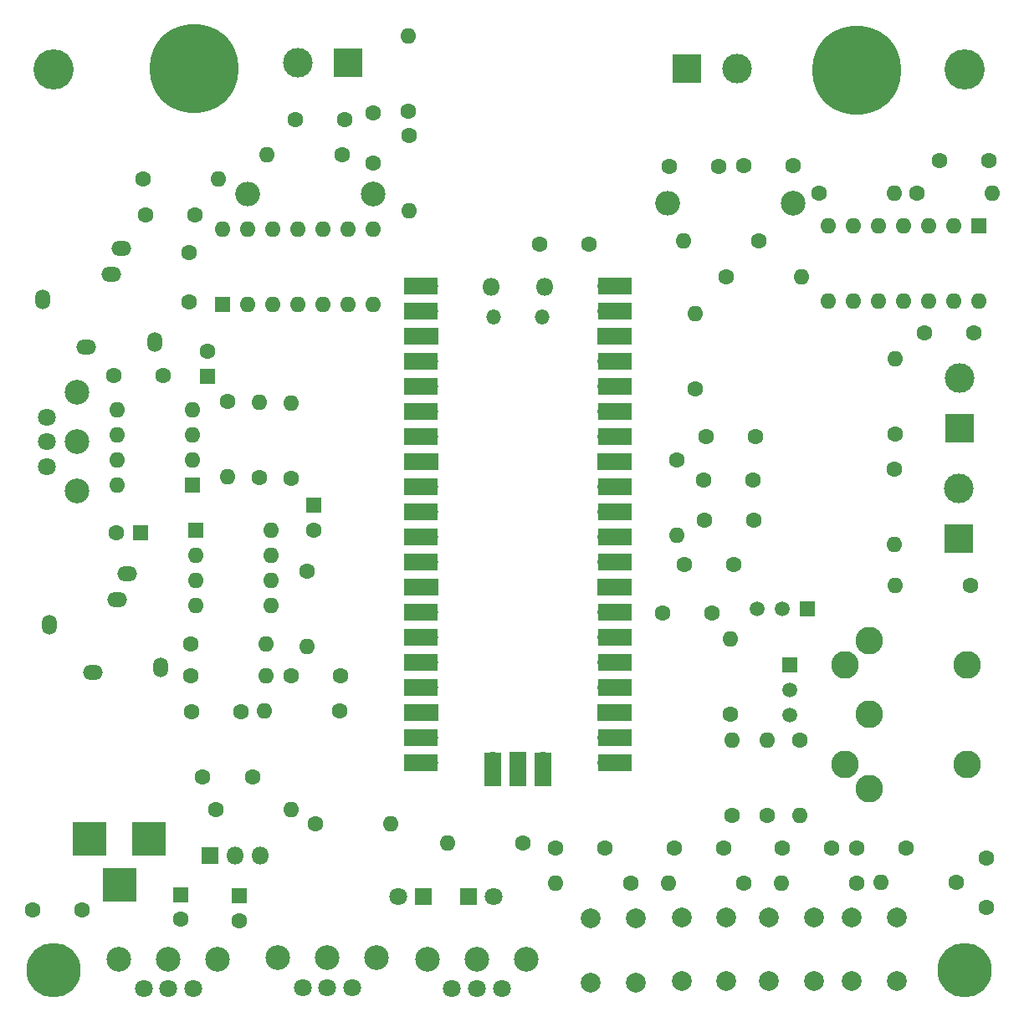
<source format=gbr>
%TF.GenerationSoftware,KiCad,Pcbnew,7.0.11+dfsg-1build4*%
%TF.CreationDate,2025-01-09T21:07:42-06:00*%
%TF.ProjectId,MCTheremin,4d435468-6572-4656-9d69-6e2e6b696361,rev?*%
%TF.SameCoordinates,Original*%
%TF.FileFunction,Soldermask,Top*%
%TF.FilePolarity,Negative*%
%FSLAX46Y46*%
G04 Gerber Fmt 4.6, Leading zero omitted, Abs format (unit mm)*
G04 Created by KiCad (PCBNEW 7.0.11+dfsg-1build4) date 2025-01-09 21:07:42*
%MOMM*%
%LPD*%
G01*
G04 APERTURE LIST*
%ADD10C,1.600000*%
%ADD11R,1.600000X1.600000*%
%ADD12R,3.500000X3.500000*%
%ADD13C,9.000000*%
%ADD14C,4.064000*%
%ADD15C,5.500000*%
%ADD16R,1.500000X1.500000*%
%ADD17C,1.500000*%
%ADD18O,1.600000X1.600000*%
%ADD19C,1.800000*%
%ADD20C,2.500000*%
%ADD21C,2.000000*%
%ADD22R,1.800000X1.800000*%
%ADD23O,1.800000X1.800000*%
%ADD24R,3.000000X3.000000*%
%ADD25C,3.000000*%
%ADD26O,2.500000X2.500000*%
%ADD27O,1.500000X2.000000*%
%ADD28O,2.000000X1.500000*%
%ADD29C,2.800000*%
%ADD30O,1.500000X1.500000*%
%ADD31O,1.700000X1.700000*%
%ADD32R,3.500000X1.700000*%
%ADD33R,1.700000X1.700000*%
%ADD34R,1.700000X3.500000*%
G04 APERTURE END LIST*
D10*
%TO.C,C1*%
X119400000Y-100543000D03*
X124400000Y-100543000D03*
%TD*%
%TO.C,C2*%
X59640000Y-85883000D03*
X64640000Y-85883000D03*
%TD*%
%TO.C,C3*%
X119350000Y-96473000D03*
X124350000Y-96473000D03*
%TD*%
D11*
%TO.C,C5*%
X66400000Y-138433000D03*
D10*
X66400000Y-140933000D03*
%TD*%
D11*
%TO.C,C6*%
X62380000Y-101753000D03*
D10*
X59880000Y-101753000D03*
%TD*%
%TO.C,C8*%
X128410000Y-64633000D03*
X123410000Y-64633000D03*
%TD*%
%TO.C,C9*%
X67870000Y-69593000D03*
X62870000Y-69593000D03*
%TD*%
D11*
%TO.C,C10*%
X72350000Y-138533000D03*
D10*
X72350000Y-141033000D03*
%TD*%
%TO.C,C11*%
X119560000Y-92023000D03*
X124560000Y-92023000D03*
%TD*%
D11*
%TO.C,C12*%
X69140000Y-85913000D03*
D10*
X69140000Y-83413000D03*
%TD*%
D11*
%TO.C,C13*%
X79900000Y-99023000D03*
D10*
X79900000Y-101523000D03*
%TD*%
%TO.C,C14*%
X104394000Y-133731000D03*
X109394000Y-133731000D03*
%TD*%
%TO.C,C15*%
X116372000Y-133731000D03*
X121372000Y-133731000D03*
%TD*%
%TO.C,C17*%
X67260000Y-73433000D03*
X67260000Y-78433000D03*
%TD*%
%TO.C,C18*%
X107750000Y-72603000D03*
X102750000Y-72603000D03*
%TD*%
D12*
%TO.C,J1*%
X63230000Y-132733000D03*
X57230000Y-132733000D03*
X60230000Y-137433000D03*
%TD*%
D13*
%TO.C,J7*%
X67741800Y-54825900D03*
%TD*%
%TO.C,J8*%
X134874000Y-54991000D03*
%TD*%
D14*
%TO.C,J11*%
X53594000Y-54864000D03*
%TD*%
%TO.C,J12*%
X145796000Y-54864000D03*
%TD*%
D15*
%TO.C,J14*%
X145796000Y-146050000D03*
%TD*%
%TO.C,J15*%
X53594000Y-146050000D03*
%TD*%
D16*
%TO.C,Q3*%
X128090000Y-115193000D03*
D17*
X128090000Y-117733000D03*
X128090000Y-120273000D03*
%TD*%
D10*
%TO.C,R2*%
X82810000Y-63483000D03*
D18*
X75190000Y-63483000D03*
%TD*%
D10*
%TO.C,R5*%
X69980000Y-129803000D03*
D18*
X77600000Y-129803000D03*
%TD*%
D10*
%TO.C,R6*%
X71200000Y-88498000D03*
D18*
X71200000Y-96118000D03*
%TD*%
D10*
%TO.C,R7*%
X62650000Y-65963000D03*
D18*
X70270000Y-65963000D03*
%TD*%
D10*
%TO.C,R8*%
X131025900Y-67398900D03*
D18*
X138645900Y-67398900D03*
%TD*%
D10*
%TO.C,R9*%
X112014000Y-137287000D03*
D18*
X104394000Y-137287000D03*
%TD*%
D10*
%TO.C,R11*%
X123444000Y-137287000D03*
D18*
X115824000Y-137287000D03*
%TD*%
D10*
%TO.C,R12*%
X80090000Y-131203000D03*
D18*
X87710000Y-131203000D03*
%TD*%
D10*
%TO.C,R13*%
X101030000Y-133223000D03*
D18*
X93410000Y-133223000D03*
%TD*%
D10*
%TO.C,R14*%
X122060000Y-120173000D03*
D18*
X122060000Y-112553000D03*
%TD*%
D10*
%TO.C,R16*%
X122240000Y-130353000D03*
D18*
X122240000Y-122733000D03*
%TD*%
D10*
%TO.C,R18*%
X129040000Y-122773000D03*
D18*
X129040000Y-130393000D03*
%TD*%
D10*
%TO.C,R19*%
X146360000Y-107143000D03*
D18*
X138740000Y-107143000D03*
%TD*%
D19*
%TO.C,RV1*%
X98900000Y-147923000D03*
D20*
X101400000Y-144923000D03*
X96400000Y-144923000D03*
D19*
X96400000Y-147923000D03*
D20*
X91400000Y-144923000D03*
D19*
X93900000Y-147923000D03*
%TD*%
%TO.C,RV2*%
X83750000Y-147793000D03*
D20*
X86250000Y-144793000D03*
X81250000Y-144793000D03*
D19*
X81250000Y-147793000D03*
D20*
X76250000Y-144793000D03*
D19*
X78750000Y-147793000D03*
%TD*%
%TO.C,RV4*%
X67690000Y-147943000D03*
D20*
X70190000Y-144943000D03*
X65190000Y-144943000D03*
D19*
X65190000Y-147943000D03*
D20*
X60190000Y-144943000D03*
D19*
X62690000Y-147943000D03*
%TD*%
D21*
%TO.C,SW1*%
X112450000Y-140843000D03*
X112450000Y-147343000D03*
X107950000Y-140843000D03*
X107950000Y-147343000D03*
%TD*%
%TO.C,SW2*%
X121630000Y-140693000D03*
X121630000Y-147193000D03*
X117130000Y-140693000D03*
X117130000Y-147193000D03*
%TD*%
D11*
%TO.C,U1*%
X70688200Y-78689200D03*
D18*
X73228200Y-78689200D03*
X75768200Y-78689200D03*
X78308200Y-78689200D03*
X80848200Y-78689200D03*
X83388200Y-78689200D03*
X85928200Y-78689200D03*
X85928200Y-71069200D03*
X83388200Y-71069200D03*
X80848200Y-71069200D03*
X78308200Y-71069200D03*
X75768200Y-71069200D03*
X73228200Y-71069200D03*
X70688200Y-71069200D03*
%TD*%
D22*
%TO.C,U3*%
X69350000Y-134443000D03*
D23*
X71890000Y-134443000D03*
X74430000Y-134443000D03*
%TD*%
D11*
%TO.C,U4*%
X67640000Y-96933000D03*
D18*
X67640000Y-94393000D03*
X67640000Y-91853000D03*
X67640000Y-89313000D03*
X60020000Y-89313000D03*
X60020000Y-91853000D03*
X60020000Y-94393000D03*
X60020000Y-96933000D03*
%TD*%
D11*
%TO.C,U5*%
X67930000Y-101563000D03*
D18*
X67930000Y-104103000D03*
X67930000Y-106643000D03*
X67930000Y-109183000D03*
X75550000Y-109183000D03*
X75550000Y-106643000D03*
X75550000Y-104103000D03*
X75550000Y-101563000D03*
%TD*%
D10*
%TO.C,R20*%
X124891800Y-72186800D03*
D18*
X117271800Y-72186800D03*
%TD*%
D10*
%TO.C,R21*%
X121620000Y-75853000D03*
D18*
X129240000Y-75853000D03*
%TD*%
D10*
%TO.C,R22*%
X89560000Y-61583000D03*
D18*
X89560000Y-69203000D03*
%TD*%
D10*
%TO.C,R23*%
X89500000Y-59073000D03*
D18*
X89500000Y-51453000D03*
%TD*%
D24*
%TO.C,J5*%
X117683280Y-54762400D03*
D25*
X122763280Y-54762400D03*
%TD*%
D24*
%TO.C,J6*%
X83370000Y-54203000D03*
D25*
X78290000Y-54203000D03*
%TD*%
D19*
%TO.C,RV5*%
X52900000Y-95073000D03*
D20*
X55900000Y-97573000D03*
X55900000Y-92573000D03*
D19*
X52900000Y-92573000D03*
D20*
X55900000Y-87573000D03*
D19*
X52900000Y-90073000D03*
%TD*%
D11*
%TO.C,U6*%
X147193000Y-70739000D03*
D18*
X144653000Y-70739000D03*
X142113000Y-70739000D03*
X139573000Y-70739000D03*
X137033000Y-70739000D03*
X134493000Y-70739000D03*
X131953000Y-70739000D03*
X131953000Y-78359000D03*
X134493000Y-78359000D03*
X137033000Y-78359000D03*
X139573000Y-78359000D03*
X142113000Y-78359000D03*
X144653000Y-78359000D03*
X147193000Y-78359000D03*
%TD*%
D10*
%TO.C,C20*%
X146685000Y-81534000D03*
X141685000Y-81534000D03*
%TD*%
%TO.C,C21*%
X147930000Y-134673000D03*
X147930000Y-139673000D03*
%TD*%
%TO.C,C22*%
X56410000Y-139973000D03*
X51410000Y-139973000D03*
%TD*%
%TO.C,C23*%
X143217900Y-64096900D03*
X148217900Y-64096900D03*
%TD*%
%TO.C,C24*%
X78000000Y-59923000D03*
X83000000Y-59923000D03*
%TD*%
%TO.C,C25*%
X115860000Y-64663000D03*
X120860000Y-64663000D03*
%TD*%
%TO.C,C26*%
X85860000Y-59313000D03*
X85860000Y-64313000D03*
%TD*%
D20*
%TO.C,L1*%
X128397000Y-68389500D03*
D26*
X115697000Y-68389500D03*
%TD*%
D20*
%TO.C,L2*%
X85890000Y-67493000D03*
D26*
X73190000Y-67493000D03*
%TD*%
D10*
%TO.C,R1*%
X140931900Y-67437000D03*
D18*
X148551900Y-67437000D03*
%TD*%
D10*
%TO.C,C19*%
X127294000Y-133731000D03*
X132294000Y-133731000D03*
%TD*%
%TO.C,R27*%
X67440000Y-116293000D03*
D18*
X75060000Y-116293000D03*
%TD*%
D10*
%TO.C,C16*%
X73670000Y-126483000D03*
X68670000Y-126483000D03*
%TD*%
D22*
%TO.C,D3*%
X95530000Y-138633000D03*
D19*
X98070000Y-138633000D03*
%TD*%
D21*
%TO.C,SW4*%
X138866000Y-140693000D03*
X138866000Y-147193000D03*
X134366000Y-140693000D03*
X134366000Y-147193000D03*
%TD*%
D10*
%TO.C,R28*%
X77610000Y-96273000D03*
D18*
X77610000Y-88653000D03*
%TD*%
D10*
%TO.C,R33*%
X138690000Y-95353000D03*
D18*
X138690000Y-102973000D03*
%TD*%
D10*
%TO.C,C7*%
X134810000Y-133663000D03*
X139810000Y-133663000D03*
%TD*%
D16*
%TO.C,Q1*%
X129830000Y-109523000D03*
D17*
X127290000Y-109523000D03*
X124750000Y-109523000D03*
%TD*%
D10*
%TO.C,R3*%
X79200000Y-105653000D03*
D18*
X79200000Y-113273000D03*
%TD*%
D27*
%TO.C,J3*%
X53130000Y-111123000D03*
D28*
X61030000Y-105923000D03*
X60030000Y-108523000D03*
X57530000Y-115923000D03*
D27*
X64430000Y-115423000D03*
%TD*%
D10*
%TO.C,C2*%
X115230000Y-109883000D03*
X120230000Y-109883000D03*
%TD*%
%TO.C,R29*%
X74390000Y-96163000D03*
D18*
X74390000Y-88543000D03*
%TD*%
D29*
%TO.C,J21*%
X136150000Y-112689000D03*
X136150000Y-120189000D03*
X136150000Y-127689000D03*
X133650000Y-115189000D03*
X133650000Y-125189000D03*
X146050000Y-115189000D03*
X146050000Y-125189000D03*
%TD*%
D10*
%TO.C,R31*%
X134874000Y-137287000D03*
D18*
X127254000Y-137287000D03*
%TD*%
D22*
%TO.C,D2*%
X90970000Y-138613000D03*
D19*
X88430000Y-138613000D03*
%TD*%
D23*
%TO.C,U7*%
X97825000Y-76913000D03*
D30*
X98125000Y-79943000D03*
X102975000Y-79943000D03*
D23*
X103275000Y-76913000D03*
D31*
X91660000Y-76783000D03*
D32*
X90760000Y-76783000D03*
D31*
X91660000Y-79323000D03*
D32*
X90760000Y-79323000D03*
D33*
X91660000Y-81863000D03*
D32*
X90760000Y-81863000D03*
D31*
X91660000Y-84403000D03*
D32*
X90760000Y-84403000D03*
D31*
X91660000Y-86943000D03*
D32*
X90760000Y-86943000D03*
D31*
X91660000Y-89483000D03*
D32*
X90760000Y-89483000D03*
D31*
X91660000Y-92023000D03*
D32*
X90760000Y-92023000D03*
D33*
X91660000Y-94563000D03*
D32*
X90760000Y-94563000D03*
D31*
X91660000Y-97103000D03*
D32*
X90760000Y-97103000D03*
D31*
X91660000Y-99643000D03*
D32*
X90760000Y-99643000D03*
D31*
X91660000Y-102183000D03*
D32*
X90760000Y-102183000D03*
D31*
X91660000Y-104723000D03*
D32*
X90760000Y-104723000D03*
D33*
X91660000Y-107263000D03*
D32*
X90760000Y-107263000D03*
D31*
X91660000Y-109803000D03*
D32*
X90760000Y-109803000D03*
D31*
X91660000Y-112343000D03*
D32*
X90760000Y-112343000D03*
D31*
X91660000Y-114883000D03*
D32*
X90760000Y-114883000D03*
D31*
X91660000Y-117423000D03*
D32*
X90760000Y-117423000D03*
D33*
X91660000Y-119963000D03*
D32*
X90760000Y-119963000D03*
D31*
X91660000Y-122503000D03*
D32*
X90760000Y-122503000D03*
D31*
X91660000Y-125043000D03*
D32*
X90760000Y-125043000D03*
D31*
X109440000Y-125043000D03*
D32*
X110340000Y-125043000D03*
D31*
X109440000Y-122503000D03*
D32*
X110340000Y-122503000D03*
D33*
X109440000Y-119963000D03*
D32*
X110340000Y-119963000D03*
D31*
X109440000Y-117423000D03*
D32*
X110340000Y-117423000D03*
D31*
X109440000Y-114883000D03*
D32*
X110340000Y-114883000D03*
D31*
X109440000Y-112343000D03*
D32*
X110340000Y-112343000D03*
D31*
X109440000Y-109803000D03*
D32*
X110340000Y-109803000D03*
D33*
X109440000Y-107263000D03*
D32*
X110340000Y-107263000D03*
D31*
X109440000Y-104723000D03*
D32*
X110340000Y-104723000D03*
D31*
X109440000Y-102183000D03*
D32*
X110340000Y-102183000D03*
D31*
X109440000Y-99643000D03*
D32*
X110340000Y-99643000D03*
D31*
X109440000Y-97103000D03*
D32*
X110340000Y-97103000D03*
D33*
X109440000Y-94563000D03*
D32*
X110340000Y-94563000D03*
D31*
X109440000Y-92023000D03*
D32*
X110340000Y-92023000D03*
D31*
X109440000Y-89483000D03*
D32*
X110340000Y-89483000D03*
D31*
X109440000Y-86943000D03*
D32*
X110340000Y-86943000D03*
D31*
X109440000Y-84403000D03*
D32*
X110340000Y-84403000D03*
D33*
X109440000Y-81863000D03*
D32*
X110340000Y-81863000D03*
D31*
X109440000Y-79323000D03*
D32*
X110340000Y-79323000D03*
D31*
X109440000Y-76783000D03*
D32*
X110340000Y-76783000D03*
D31*
X98010000Y-124813000D03*
D34*
X98010000Y-125713000D03*
D33*
X100550000Y-124813000D03*
D34*
X100550000Y-125713000D03*
D31*
X103090000Y-124813000D03*
D34*
X103090000Y-125713000D03*
%TD*%
D10*
%TO.C,C28*%
X117370000Y-104963000D03*
X122370000Y-104963000D03*
%TD*%
%TO.C,R34*%
X138720000Y-91783000D03*
D18*
X138720000Y-84163000D03*
%TD*%
D10*
%TO.C,C27*%
X67500000Y-119853000D03*
X72500000Y-119853000D03*
%TD*%
%TO.C,R32*%
X144930000Y-137193000D03*
D18*
X137310000Y-137193000D03*
%TD*%
D10*
%TO.C,R24*%
X118460000Y-87183000D03*
D18*
X118460000Y-79563000D03*
%TD*%
D27*
%TO.C,J4*%
X52500000Y-78183000D03*
D28*
X60400000Y-72983000D03*
X59400000Y-75583000D03*
X56900000Y-82983000D03*
D27*
X63800000Y-82483000D03*
%TD*%
D10*
%TO.C,R30*%
X125800000Y-130353000D03*
D18*
X125800000Y-122733000D03*
%TD*%
D24*
%TO.C,J2*%
X145290000Y-91233000D03*
D25*
X145290000Y-86153000D03*
%TD*%
D10*
%TO.C,R26*%
X116600000Y-94393000D03*
D18*
X116600000Y-102013000D03*
%TD*%
D10*
%TO.C,R4*%
X82490000Y-119843000D03*
D18*
X74870000Y-119843000D03*
%TD*%
D10*
%TO.C,R25*%
X67410000Y-113013000D03*
D18*
X75030000Y-113013000D03*
%TD*%
D10*
%TO.C,C4*%
X77570000Y-116253000D03*
X82570000Y-116253000D03*
%TD*%
D21*
%TO.C,SW3*%
X130484000Y-140693000D03*
X130484000Y-147193000D03*
X125984000Y-140693000D03*
X125984000Y-147193000D03*
%TD*%
D24*
%TO.C,J9*%
X145190000Y-102333000D03*
D25*
X145190000Y-97253000D03*
%TD*%
M02*

</source>
